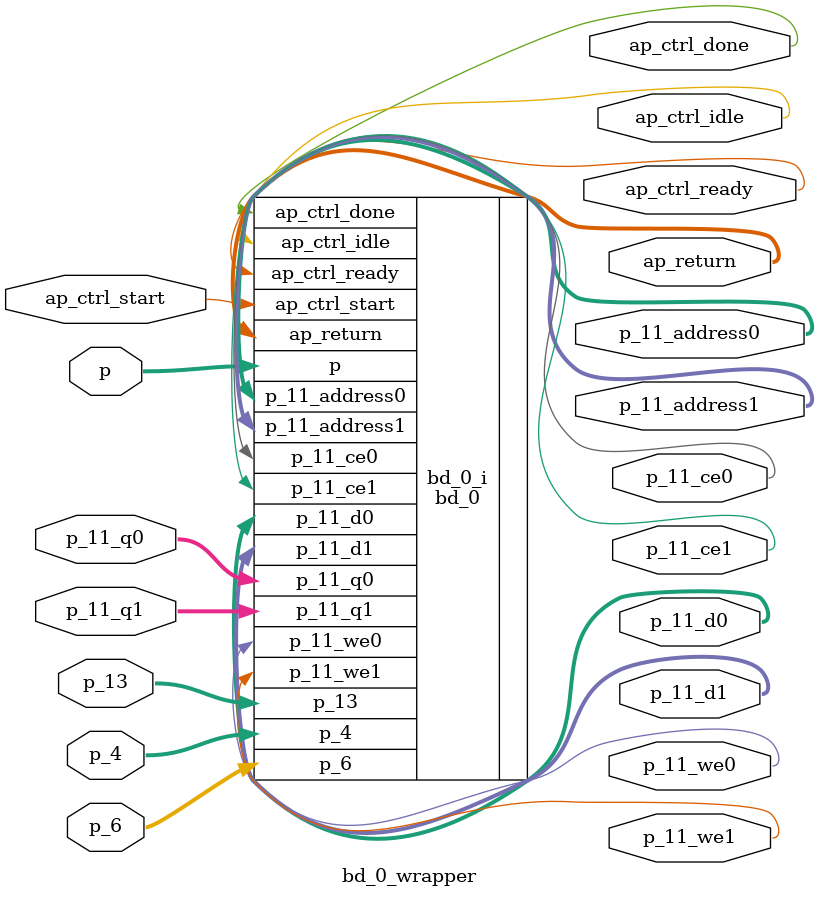
<source format=v>
`timescale 1 ps / 1 ps

module bd_0_wrapper
   (ap_ctrl_done,
    ap_ctrl_idle,
    ap_ctrl_ready,
    ap_ctrl_start,
    ap_return,
    p,
    p_11_address0,
    p_11_address1,
    p_11_ce0,
    p_11_ce1,
    p_11_d0,
    p_11_d1,
    p_11_q0,
    p_11_q1,
    p_11_we0,
    p_11_we1,
    p_13,
    p_4,
    p_6);
  output ap_ctrl_done;
  output ap_ctrl_idle;
  output ap_ctrl_ready;
  input ap_ctrl_start;
  output [7:0]ap_return;
  input [63:0]p;
  output [2:0]p_11_address0;
  output [2:0]p_11_address1;
  output p_11_ce0;
  output p_11_ce1;
  output [31:0]p_11_d0;
  output [31:0]p_11_d1;
  input [31:0]p_11_q0;
  input [31:0]p_11_q1;
  output p_11_we0;
  output p_11_we1;
  input [63:0]p_13;
  input [31:0]p_4;
  input [63:0]p_6;

  wire ap_ctrl_done;
  wire ap_ctrl_idle;
  wire ap_ctrl_ready;
  wire ap_ctrl_start;
  wire [7:0]ap_return;
  wire [63:0]p;
  wire [2:0]p_11_address0;
  wire [2:0]p_11_address1;
  wire p_11_ce0;
  wire p_11_ce1;
  wire [31:0]p_11_d0;
  wire [31:0]p_11_d1;
  wire [31:0]p_11_q0;
  wire [31:0]p_11_q1;
  wire p_11_we0;
  wire p_11_we1;
  wire [63:0]p_13;
  wire [31:0]p_4;
  wire [63:0]p_6;

  bd_0 bd_0_i
       (.ap_ctrl_done(ap_ctrl_done),
        .ap_ctrl_idle(ap_ctrl_idle),
        .ap_ctrl_ready(ap_ctrl_ready),
        .ap_ctrl_start(ap_ctrl_start),
        .ap_return(ap_return),
        .p(p),
        .p_11_address0(p_11_address0),
        .p_11_address1(p_11_address1),
        .p_11_ce0(p_11_ce0),
        .p_11_ce1(p_11_ce1),
        .p_11_d0(p_11_d0),
        .p_11_d1(p_11_d1),
        .p_11_q0(p_11_q0),
        .p_11_q1(p_11_q1),
        .p_11_we0(p_11_we0),
        .p_11_we1(p_11_we1),
        .p_13(p_13),
        .p_4(p_4),
        .p_6(p_6));
endmodule

</source>
